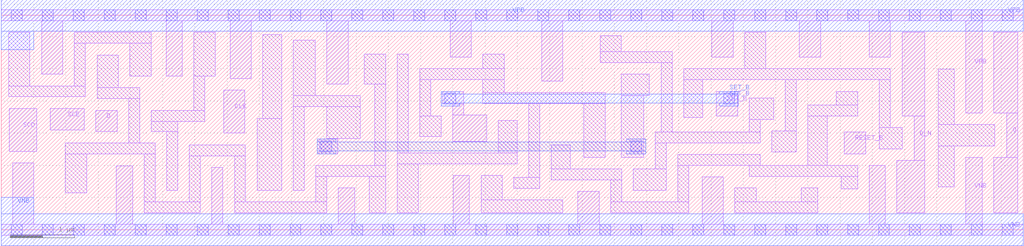
<source format=lef>
# Copyright 2020 The SkyWater PDK Authors
#
# Licensed under the Apache License, Version 2.0 (the "License");
# you may not use this file except in compliance with the License.
# You may obtain a copy of the License at
#
#     https://www.apache.org/licenses/LICENSE-2.0
#
# Unless required by applicable law or agreed to in writing, software
# distributed under the License is distributed on an "AS IS" BASIS,
# WITHOUT WARRANTIES OR CONDITIONS OF ANY KIND, either express or implied.
# See the License for the specific language governing permissions and
# limitations under the License.
#
# SPDX-License-Identifier: Apache-2.0

VERSION 5.7 ;
  NAMESCASESENSITIVE ON ;
  NOWIREEXTENSIONATPIN ON ;
  DIVIDERCHAR "/" ;
  BUSBITCHARS "[]" ;
UNITS
  DATABASE MICRONS 200 ;
END UNITS
MACRO sky130_fd_sc_lp__sdfbbp_1
  CLASS CORE ;
  SOURCE USER ;
  FOREIGN sky130_fd_sc_lp__sdfbbp_1 ;
  ORIGIN  0.000000  0.000000 ;
  SIZE  15.84000 BY  3.330000 ;
  SYMMETRY X Y R90 ;
  SITE unit ;
  PIN D
    ANTENNAGATEAREA  0.159000 ;
    DIRECTION INPUT ;
    USE SIGNAL ;
    PORT
      LAYER li1 ;
        RECT 1.465000 1.525000 1.795000 1.855000 ;
    END
  END D
  PIN Q
    ANTENNADIFFAREA  0.598500 ;
    DIRECTION OUTPUT ;
    USE SIGNAL ;
    PORT
      LAYER li1 ;
        RECT 15.380000 0.265000 15.750000 1.125000 ;
        RECT 15.380000 1.815000 15.750000 3.065000 ;
        RECT 15.580000 1.125000 15.750000 1.815000 ;
    END
  END Q
  PIN Q_N
    ANTENNADIFFAREA  0.598500 ;
    DIRECTION OUTPUT ;
    USE SIGNAL ;
    PORT
      LAYER li1 ;
        RECT 13.880000 0.265000 14.315000 1.075000 ;
        RECT 13.960000 1.765000 14.315000 3.065000 ;
        RECT 14.145000 1.075000 14.315000 1.765000 ;
    END
  END Q_N
  PIN RESET_B
    ANTENNAGATEAREA  0.159000 ;
    DIRECTION INPUT ;
    USE SIGNAL ;
    PORT
      LAYER li1 ;
        RECT 13.065000 1.180000 13.395000 1.515000 ;
    END
  END RESET_B
  PIN SCD
    ANTENNAGATEAREA  0.159000 ;
    DIRECTION INPUT ;
    USE SIGNAL ;
    PORT
      LAYER li1 ;
        RECT 0.125000 1.215000 0.550000 1.885000 ;
    END
  END SCD
  PIN SCE
    ANTENNAGATEAREA  0.318000 ;
    DIRECTION INPUT ;
    USE SIGNAL ;
    PORT
      LAYER li1 ;
        RECT 0.760000 1.550000 1.285000 1.880000 ;
    END
  END SCE
  PIN SET_B
    ANTENNAGATEAREA  0.444000 ;
    DIRECTION INPUT ;
    USE SIGNAL ;
    PORT
      LAYER li1 ;
        RECT  6.845000 1.950000  7.165000 2.150000 ;
        RECT  6.995000 1.375000  7.525000 1.780000 ;
        RECT  6.995000 1.780000  7.165000 1.950000 ;
        RECT 11.080000 1.765000 11.410000 2.150000 ;
      LAYER mcon ;
        RECT  6.875000 1.950000  7.045000 2.120000 ;
        RECT 11.195000 1.950000 11.365000 2.120000 ;
      LAYER met1 ;
        RECT  6.815000 1.920000  7.105000 1.965000 ;
        RECT  6.815000 1.965000 11.425000 2.105000 ;
        RECT  6.815000 2.105000  7.105000 2.150000 ;
        RECT 11.135000 1.920000 11.425000 1.965000 ;
        RECT 11.135000 2.105000 11.425000 2.150000 ;
    END
  END SET_B
  PIN CLK
    ANTENNAGATEAREA  0.159000 ;
    DIRECTION INPUT ;
    USE CLOCK ;
    PORT
      LAYER li1 ;
        RECT 3.445000 1.500000 3.775000 2.170000 ;
    END
  END CLK
  PIN VNB
    DIRECTION INOUT ;
    USE GROUND ;
    PORT
      LAYER li1 ;
        RECT  0.000000 -0.085000 15.840000 0.085000 ;
        RECT  0.175000  0.085000  0.505000 1.035000 ;
        RECT  1.785000  0.085000  2.035000 0.995000 ;
        RECT  3.265000  0.085000  3.435000 0.970000 ;
        RECT  5.225000  0.085000  5.475000 0.650000 ;
        RECT  7.005000  0.085000  7.255000 0.845000 ;
        RECT  8.935000  0.085000  9.265000 0.595000 ;
        RECT 10.860000  0.085000 11.190000 0.820000 ;
        RECT 13.450000  0.085000 13.700000 1.000000 ;
        RECT 14.950000  0.085000 15.200000 1.125000 ;
      LAYER mcon ;
        RECT  0.155000 -0.085000  0.325000 0.085000 ;
        RECT  0.635000 -0.085000  0.805000 0.085000 ;
        RECT  1.115000 -0.085000  1.285000 0.085000 ;
        RECT  1.595000 -0.085000  1.765000 0.085000 ;
        RECT  2.075000 -0.085000  2.245000 0.085000 ;
        RECT  2.555000 -0.085000  2.725000 0.085000 ;
        RECT  3.035000 -0.085000  3.205000 0.085000 ;
        RECT  3.515000 -0.085000  3.685000 0.085000 ;
        RECT  3.995000 -0.085000  4.165000 0.085000 ;
        RECT  4.475000 -0.085000  4.645000 0.085000 ;
        RECT  4.955000 -0.085000  5.125000 0.085000 ;
        RECT  5.435000 -0.085000  5.605000 0.085000 ;
        RECT  5.915000 -0.085000  6.085000 0.085000 ;
        RECT  6.395000 -0.085000  6.565000 0.085000 ;
        RECT  6.875000 -0.085000  7.045000 0.085000 ;
        RECT  7.355000 -0.085000  7.525000 0.085000 ;
        RECT  7.835000 -0.085000  8.005000 0.085000 ;
        RECT  8.315000 -0.085000  8.485000 0.085000 ;
        RECT  8.795000 -0.085000  8.965000 0.085000 ;
        RECT  9.275000 -0.085000  9.445000 0.085000 ;
        RECT  9.755000 -0.085000  9.925000 0.085000 ;
        RECT 10.235000 -0.085000 10.405000 0.085000 ;
        RECT 10.715000 -0.085000 10.885000 0.085000 ;
        RECT 11.195000 -0.085000 11.365000 0.085000 ;
        RECT 11.675000 -0.085000 11.845000 0.085000 ;
        RECT 12.155000 -0.085000 12.325000 0.085000 ;
        RECT 12.635000 -0.085000 12.805000 0.085000 ;
        RECT 13.115000 -0.085000 13.285000 0.085000 ;
        RECT 13.595000 -0.085000 13.765000 0.085000 ;
        RECT 14.075000 -0.085000 14.245000 0.085000 ;
        RECT 14.555000 -0.085000 14.725000 0.085000 ;
        RECT 15.035000 -0.085000 15.205000 0.085000 ;
        RECT 15.515000 -0.085000 15.685000 0.085000 ;
      LAYER met1 ;
        RECT 0.000000 -0.245000 15.840000 0.245000 ;
        RECT 0.000000  0.245000  0.500000 0.500000 ;
    END
  END VNB
  PIN VPB
    DIRECTION INOUT ;
    USE POWER ;
    PORT
      LAYER li1 ;
        RECT  0.000000 3.245000 15.840000 3.415000 ;
        RECT  0.625000 2.415000  0.955000 3.245000 ;
        RECT  2.555000 2.385000  2.805000 3.245000 ;
        RECT  3.545000 2.350000  3.875000 3.245000 ;
        RECT  5.045000 2.265000  5.375000 3.245000 ;
        RECT  6.955000 2.680000  7.285000 3.245000 ;
        RECT  8.375000 2.310000  8.705000 3.245000 ;
        RECT 11.010000 2.680000 11.340000 3.245000 ;
        RECT 12.370000 2.680000 12.700000 3.245000 ;
        RECT 13.450000 2.680000 13.780000 3.245000 ;
        RECT 14.950000 1.815000 15.200000 3.245000 ;
      LAYER mcon ;
        RECT  0.155000 3.245000  0.325000 3.415000 ;
        RECT  0.635000 3.245000  0.805000 3.415000 ;
        RECT  1.115000 3.245000  1.285000 3.415000 ;
        RECT  1.595000 3.245000  1.765000 3.415000 ;
        RECT  2.075000 3.245000  2.245000 3.415000 ;
        RECT  2.555000 3.245000  2.725000 3.415000 ;
        RECT  3.035000 3.245000  3.205000 3.415000 ;
        RECT  3.515000 3.245000  3.685000 3.415000 ;
        RECT  3.995000 3.245000  4.165000 3.415000 ;
        RECT  4.475000 3.245000  4.645000 3.415000 ;
        RECT  4.955000 3.245000  5.125000 3.415000 ;
        RECT  5.435000 3.245000  5.605000 3.415000 ;
        RECT  5.915000 3.245000  6.085000 3.415000 ;
        RECT  6.395000 3.245000  6.565000 3.415000 ;
        RECT  6.875000 3.245000  7.045000 3.415000 ;
        RECT  7.355000 3.245000  7.525000 3.415000 ;
        RECT  7.835000 3.245000  8.005000 3.415000 ;
        RECT  8.315000 3.245000  8.485000 3.415000 ;
        RECT  8.795000 3.245000  8.965000 3.415000 ;
        RECT  9.275000 3.245000  9.445000 3.415000 ;
        RECT  9.755000 3.245000  9.925000 3.415000 ;
        RECT 10.235000 3.245000 10.405000 3.415000 ;
        RECT 10.715000 3.245000 10.885000 3.415000 ;
        RECT 11.195000 3.245000 11.365000 3.415000 ;
        RECT 11.675000 3.245000 11.845000 3.415000 ;
        RECT 12.155000 3.245000 12.325000 3.415000 ;
        RECT 12.635000 3.245000 12.805000 3.415000 ;
        RECT 13.115000 3.245000 13.285000 3.415000 ;
        RECT 13.595000 3.245000 13.765000 3.415000 ;
        RECT 14.075000 3.245000 14.245000 3.415000 ;
        RECT 14.555000 3.245000 14.725000 3.415000 ;
        RECT 15.035000 3.245000 15.205000 3.415000 ;
        RECT 15.515000 3.245000 15.685000 3.415000 ;
      LAYER met1 ;
        RECT 0.000000 2.800000  0.500000 3.085000 ;
        RECT 0.000000 3.085000 15.840000 3.575000 ;
    END
  END VPB
  OBS
    LAYER li1 ;
      RECT  0.115000 2.065000  1.305000 2.235000 ;
      RECT  0.115000 2.235000  0.445000 3.065000 ;
      RECT  0.995000 0.575000  1.325000 1.175000 ;
      RECT  0.995000 1.175000  2.385000 1.345000 ;
      RECT  1.135000 2.235000  1.305000 2.895000 ;
      RECT  1.135000 2.895000  2.325000 3.065000 ;
      RECT  1.485000 2.035000  2.145000 2.205000 ;
      RECT  1.485000 2.205000  1.815000 2.715000 ;
      RECT  1.975000 1.345000  2.145000 2.035000 ;
      RECT  1.995000 2.385000  2.325000 2.895000 ;
      RECT  2.215000 0.265000  3.085000 0.435000 ;
      RECT  2.215000 0.435000  2.385000 1.175000 ;
      RECT  2.325000 1.525000  2.735000 1.685000 ;
      RECT  2.325000 1.685000  3.155000 1.855000 ;
      RECT  2.565000 0.615000  2.735000 1.525000 ;
      RECT  2.915000 0.435000  3.085000 1.150000 ;
      RECT  2.915000 1.150000  3.785000 1.320000 ;
      RECT  2.985000 1.855000  3.155000 2.385000 ;
      RECT  2.985000 2.385000  3.315000 3.065000 ;
      RECT  3.615000 0.265000  5.045000 0.435000 ;
      RECT  3.615000 0.435000  3.785000 1.150000 ;
      RECT  3.965000 0.615000  4.345000 1.730000 ;
      RECT  4.055000 1.730000  4.345000 3.030000 ;
      RECT  4.525000 0.615000  4.695000 1.915000 ;
      RECT  4.525000 1.915000  5.560000 2.085000 ;
      RECT  4.525000 2.085000  4.865000 2.945000 ;
      RECT  4.875000 0.435000  5.045000 0.830000 ;
      RECT  4.875000 0.830000  5.955000 1.000000 ;
      RECT  4.925000 1.180000  5.215000 1.410000 ;
      RECT  5.045000 1.410000  5.215000 1.415000 ;
      RECT  5.045000 1.415000  5.560000 1.915000 ;
      RECT  5.625000 2.265000  5.955000 2.725000 ;
      RECT  5.705000 0.265000  5.955000 0.830000 ;
      RECT  5.785000 1.000000  5.955000 2.265000 ;
      RECT  6.135000 0.265000  6.465000 1.025000 ;
      RECT  6.135000 1.025000  7.995000 1.195000 ;
      RECT  6.135000 1.195000  6.305000 2.725000 ;
      RECT  6.485000 1.450000  6.815000 1.770000 ;
      RECT  6.485000 1.770000  6.655000 2.330000 ;
      RECT  6.485000 2.330000  7.795000 2.500000 ;
      RECT  7.435000 0.265000  8.705000 0.465000 ;
      RECT  7.435000 0.465000  7.765000 0.845000 ;
      RECT  7.465000 1.960000  9.360000 2.130000 ;
      RECT  7.465000 2.130000  7.795000 2.330000 ;
      RECT  7.465000 2.500000  7.795000 2.725000 ;
      RECT  7.705000 1.195000  7.995000 1.695000 ;
      RECT  7.945000 0.645000  8.345000 0.815000 ;
      RECT  8.175000 0.815000  8.345000 1.960000 ;
      RECT  8.525000 0.775000  9.615000 0.945000 ;
      RECT  8.525000 0.945000  8.820000 1.315000 ;
      RECT  9.030000 1.125000  9.360000 1.960000 ;
      RECT  9.280000 2.595000 10.395000 2.765000 ;
      RECT  9.280000 2.765000  9.610000 3.015000 ;
      RECT  9.445000 0.265000 10.655000 0.435000 ;
      RECT  9.445000 0.435000  9.615000 0.775000 ;
      RECT  9.610000 1.125000  9.955000 2.085000 ;
      RECT  9.610000 2.085000 10.045000 2.415000 ;
      RECT  9.795000 0.615000 10.305000 0.945000 ;
      RECT 10.135000 0.945000 10.305000 1.350000 ;
      RECT 10.135000 1.350000 11.760000 1.520000 ;
      RECT 10.225000 1.520000 10.395000 2.595000 ;
      RECT 10.485000 0.435000 10.655000 1.000000 ;
      RECT 10.485000 1.000000 11.760000 1.170000 ;
      RECT 10.575000 1.745000 10.870000 2.330000 ;
      RECT 10.575000 2.330000 13.780000 2.500000 ;
      RECT 11.370000 0.265000 12.650000 0.435000 ;
      RECT 11.370000 0.435000 11.700000 0.650000 ;
      RECT 11.520000 2.500000 11.850000 3.065000 ;
      RECT 11.590000 0.830000 13.270000 1.000000 ;
      RECT 11.590000 1.520000 11.760000 1.715000 ;
      RECT 11.590000 1.715000 11.970000 2.045000 ;
      RECT 11.940000 1.205000 12.320000 1.535000 ;
      RECT 12.150000 1.535000 12.320000 2.330000 ;
      RECT 12.400000 0.435000 12.650000 0.650000 ;
      RECT 12.500000 1.000000 12.800000 1.765000 ;
      RECT 12.500000 1.765000 13.270000 1.935000 ;
      RECT 12.940000 1.935000 13.270000 2.150000 ;
      RECT 13.020000 0.635000 13.270000 0.830000 ;
      RECT 13.610000 1.255000 13.965000 1.585000 ;
      RECT 13.610000 1.585000 13.780000 2.330000 ;
      RECT 14.520000 0.665000 14.770000 1.305000 ;
      RECT 14.520000 1.305000 15.400000 1.635000 ;
      RECT 14.520000 1.635000 14.770000 2.495000 ;
    LAYER mcon ;
      RECT 4.955000 1.210000 5.125000 1.380000 ;
      RECT 9.755000 1.210000 9.925000 1.380000 ;
    LAYER met1 ;
      RECT 4.895000 1.180000 5.185000 1.225000 ;
      RECT 4.895000 1.225000 9.985000 1.365000 ;
      RECT 4.895000 1.365000 5.185000 1.410000 ;
      RECT 9.695000 1.180000 9.985000 1.225000 ;
      RECT 9.695000 1.365000 9.985000 1.410000 ;
  END
END sky130_fd_sc_lp__sdfbbp_1

</source>
